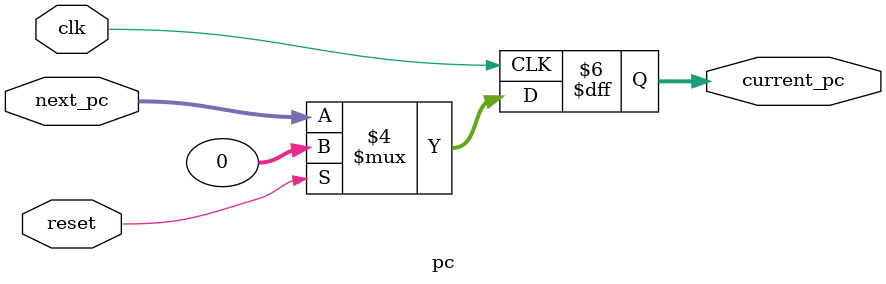
<source format=v>
module pc(reset, clk, next_pc, current_pc);
    input reset;
    input clk;
    input [31:0] next_pc;
    output reg[31:0] current_pc;

    initial begin
        current_pc = 0;
    end

    always @(posedge clk) begin
        if (reset)
            current_pc <= 0;
        else
            current_pc <= next_pc;
    end
endmodule


</source>
